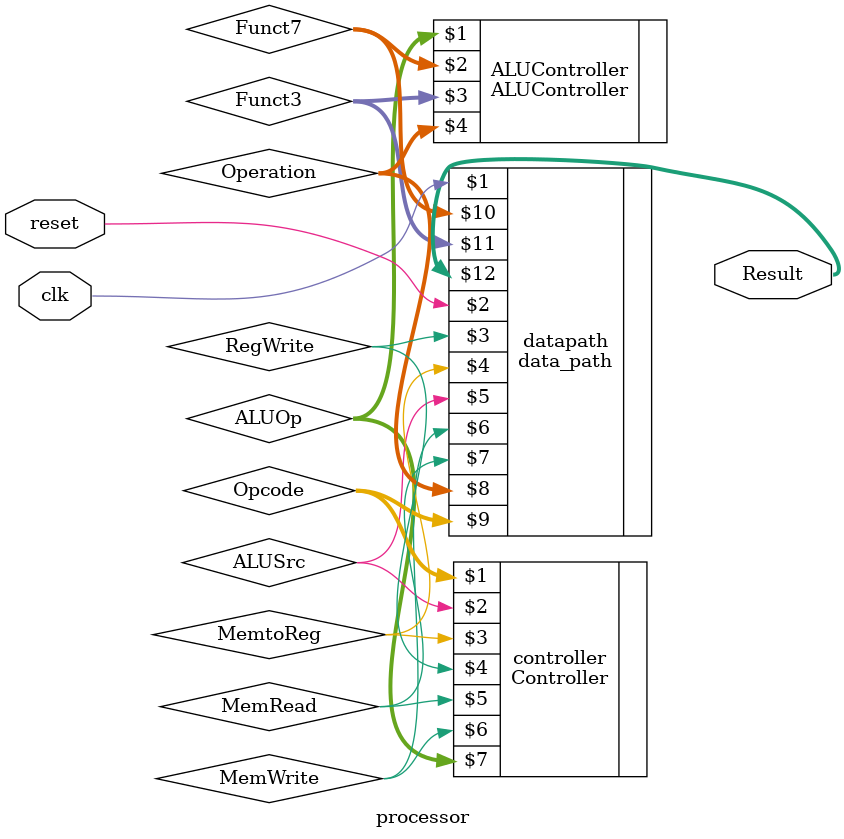
<source format=v>
`timescale 1 ns / 1 ps
module processor(
    input clk , reset ,
    output [31:0] Result
    );
// Define the input and output signals
    wire [2:0] Funct3;
    wire [6:0] Funct7;
    wire [6:0] Opcode;
    wire [1:0] ALUOp;
    wire [3:0] Operation;
    wire MemtoReg, MemWrite, MemRead, ALUSrc, RegWrite;
    data_path datapath(clk, reset, RegWrite, MemtoReg, ALUSrc, MemWrite, MemRead, Operation, Opcode, Funct7, Funct3, Result);
    Controller controller(Opcode,ALUSrc, MemtoReg, RegWrite, MemRead, MemWrite,ALUOp);
    ALUController ALUController(ALUOp , Funct7 , Funct3 , Operation);

// Define the processor modules behavior
endmodule // processor
</source>
